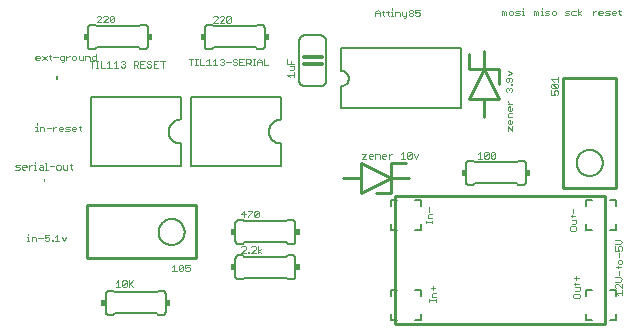
<source format=gbr>
G04 EAGLE Gerber RS-274X export*
G75*
%MOMM*%
%FSLAX34Y34*%
%LPD*%
%INSilkscreen Top*%
%IPPOS*%
%AMOC8*
5,1,8,0,0,1.08239X$1,22.5*%
G01*
%ADD10C,0.254000*%
%ADD11C,0.050800*%
%ADD12C,0.152400*%
%ADD13R,0.381000X0.508000*%
%ADD14C,0.000000*%
%ADD15C,0.304800*%


D10*
X329689Y125302D02*
X507489Y125302D01*
X329689Y125302D02*
X329689Y17352D01*
X507489Y17352D01*
D11*
X477606Y96850D02*
X477606Y98714D01*
X477606Y96850D02*
X478538Y95918D01*
X482267Y95918D01*
X483199Y96850D01*
X483199Y98714D01*
X482267Y99647D01*
X478538Y99647D01*
X477606Y98714D01*
X479470Y101531D02*
X482267Y101531D01*
X483199Y102463D01*
X483199Y105260D01*
X479470Y105260D01*
X478538Y108076D02*
X482267Y108076D01*
X483199Y109008D01*
X479470Y109008D02*
X479470Y107144D01*
X480402Y110886D02*
X480402Y114615D01*
X480398Y41679D02*
X480398Y39815D01*
X481330Y38882D01*
X485059Y38882D01*
X485991Y39815D01*
X485991Y41679D01*
X485059Y42611D01*
X481330Y42611D01*
X480398Y41679D01*
X482262Y44496D02*
X485059Y44496D01*
X485991Y45428D01*
X485991Y48224D01*
X482262Y48224D01*
X481330Y51041D02*
X485059Y51041D01*
X485991Y51973D01*
X482262Y51973D02*
X482262Y50109D01*
X483194Y53851D02*
X483194Y57579D01*
X481330Y55715D02*
X485059Y55715D01*
X361272Y102560D02*
X361272Y104425D01*
X361272Y103493D02*
X355679Y103493D01*
X355679Y104425D02*
X355679Y102560D01*
X357543Y106302D02*
X361272Y106302D01*
X357543Y106302D02*
X357543Y109099D01*
X358475Y110031D01*
X361272Y110031D01*
X358475Y111916D02*
X358475Y115644D01*
X364415Y37874D02*
X364415Y36010D01*
X364415Y36942D02*
X358822Y36942D01*
X358822Y36010D02*
X358822Y37874D01*
X360687Y39752D02*
X364415Y39752D01*
X360687Y39752D02*
X360687Y42548D01*
X361619Y43480D01*
X364415Y43480D01*
X361619Y45365D02*
X361619Y49093D01*
X359754Y47229D02*
X363483Y47229D01*
D10*
X507489Y17352D02*
X507489Y125302D01*
D11*
X516249Y43471D02*
X518114Y41607D01*
X516249Y43471D02*
X521842Y43471D01*
X521842Y41607D02*
X521842Y45336D01*
X521842Y47220D02*
X521842Y50949D01*
X518114Y50949D02*
X521842Y47220D01*
X518114Y50949D02*
X517181Y50949D01*
X516249Y50016D01*
X516249Y48152D01*
X517181Y47220D01*
X516249Y52833D02*
X519978Y52833D01*
X521842Y54697D01*
X519978Y56562D01*
X516249Y56562D01*
X519046Y58446D02*
X519046Y62175D01*
X520910Y64992D02*
X517181Y64992D01*
X520910Y64992D02*
X521842Y65924D01*
X518114Y65924D02*
X518114Y64059D01*
X521842Y68734D02*
X521842Y70598D01*
X520910Y71530D01*
X519046Y71530D01*
X518114Y70598D01*
X518114Y68734D01*
X519046Y67801D01*
X520910Y67801D01*
X521842Y68734D01*
X519046Y73415D02*
X519046Y77143D01*
X516249Y79028D02*
X516249Y82756D01*
X516249Y79028D02*
X519046Y79028D01*
X518114Y80892D01*
X518114Y81824D01*
X519046Y82756D01*
X520910Y82756D01*
X521842Y81824D01*
X521842Y79960D01*
X520910Y79028D01*
X519978Y84641D02*
X516249Y84641D01*
X519978Y84641D02*
X521842Y86505D01*
X519978Y88369D01*
X516249Y88369D01*
X11133Y147780D02*
X8336Y147780D01*
X11133Y147780D02*
X12065Y148712D01*
X11133Y149645D01*
X9268Y149645D01*
X8336Y150577D01*
X9268Y151509D01*
X12065Y151509D01*
X14882Y147780D02*
X16746Y147780D01*
X14882Y147780D02*
X13949Y148712D01*
X13949Y150577D01*
X14882Y151509D01*
X16746Y151509D01*
X17678Y150577D01*
X17678Y149645D01*
X13949Y149645D01*
X19562Y147780D02*
X19562Y151509D01*
X19562Y149645D02*
X21427Y151509D01*
X22359Y151509D01*
X24240Y151509D02*
X25172Y151509D01*
X25172Y147780D01*
X24240Y147780D02*
X26104Y147780D01*
X25172Y153373D02*
X25172Y154305D01*
X28914Y151509D02*
X30779Y151509D01*
X31711Y150577D01*
X31711Y147780D01*
X28914Y147780D01*
X27982Y148712D01*
X28914Y149645D01*
X31711Y149645D01*
X33595Y153373D02*
X34527Y153373D01*
X34527Y147780D01*
X33595Y147780D02*
X35459Y147780D01*
X37337Y150577D02*
X41066Y150577D01*
X43883Y147780D02*
X45747Y147780D01*
X46679Y148712D01*
X46679Y150577D01*
X45747Y151509D01*
X43883Y151509D01*
X42950Y150577D01*
X42950Y148712D01*
X43883Y147780D01*
X48563Y148712D02*
X48563Y151509D01*
X48563Y148712D02*
X49496Y147780D01*
X52292Y147780D01*
X52292Y151509D01*
X55109Y152441D02*
X55109Y148712D01*
X56041Y147780D01*
X56041Y151509D02*
X54177Y151509D01*
X497254Y278254D02*
X497254Y281983D01*
X499118Y281983D02*
X497254Y280118D01*
X499118Y281983D02*
X500050Y281983D01*
X502864Y278254D02*
X504728Y278254D01*
X502864Y278254D02*
X501932Y279186D01*
X501932Y281050D01*
X502864Y281983D01*
X504728Y281983D01*
X505660Y281050D01*
X505660Y280118D01*
X501932Y280118D01*
X507545Y278254D02*
X510341Y278254D01*
X511273Y279186D01*
X510341Y280118D01*
X508477Y280118D01*
X507545Y281050D01*
X508477Y281983D01*
X511273Y281983D01*
X514090Y278254D02*
X515954Y278254D01*
X514090Y278254D02*
X513158Y279186D01*
X513158Y281050D01*
X514090Y281983D01*
X515954Y281983D01*
X516886Y281050D01*
X516886Y280118D01*
X513158Y280118D01*
X519703Y279186D02*
X519703Y282915D01*
X519703Y279186D02*
X520635Y278254D01*
X520635Y281983D02*
X518771Y281983D01*
X476050Y278254D02*
X473254Y278254D01*
X476050Y278254D02*
X476983Y279186D01*
X476050Y280118D01*
X474186Y280118D01*
X473254Y281050D01*
X474186Y281983D01*
X476983Y281983D01*
X479799Y281983D02*
X482596Y281983D01*
X479799Y281983D02*
X478867Y281050D01*
X478867Y279186D01*
X479799Y278254D01*
X482596Y278254D01*
X484480Y278254D02*
X484480Y283847D01*
X484480Y280118D02*
X487277Y278254D01*
X484480Y280118D02*
X487277Y281983D01*
X447254Y281983D02*
X447254Y278254D01*
X447254Y281983D02*
X448186Y281983D01*
X449118Y281050D01*
X449118Y278254D01*
X449118Y281050D02*
X450050Y281983D01*
X450983Y281050D01*
X450983Y278254D01*
X452867Y281983D02*
X453799Y281983D01*
X453799Y278254D01*
X452867Y278254D02*
X454731Y278254D01*
X453799Y283847D02*
X453799Y284779D01*
X456609Y278254D02*
X459406Y278254D01*
X460338Y279186D01*
X459406Y280118D01*
X457541Y280118D01*
X456609Y281050D01*
X457541Y281983D01*
X460338Y281983D01*
X463154Y278254D02*
X465019Y278254D01*
X465951Y279186D01*
X465951Y281050D01*
X465019Y281983D01*
X463154Y281983D01*
X462222Y281050D01*
X462222Y279186D01*
X463154Y278254D01*
X420254Y278254D02*
X420254Y281983D01*
X421186Y281983D01*
X422118Y281050D01*
X422118Y278254D01*
X422118Y281050D02*
X423050Y281983D01*
X423983Y281050D01*
X423983Y278254D01*
X426799Y278254D02*
X428663Y278254D01*
X429596Y279186D01*
X429596Y281050D01*
X428663Y281983D01*
X426799Y281983D01*
X425867Y281050D01*
X425867Y279186D01*
X426799Y278254D01*
X431480Y278254D02*
X434277Y278254D01*
X435209Y279186D01*
X434277Y280118D01*
X432412Y280118D01*
X431480Y281050D01*
X432412Y281983D01*
X435209Y281983D01*
X437093Y281983D02*
X438025Y281983D01*
X438025Y278254D01*
X437093Y278254D02*
X438958Y278254D01*
X438025Y283847D02*
X438025Y284779D01*
X28050Y240254D02*
X26186Y240254D01*
X25254Y241186D01*
X25254Y243050D01*
X26186Y243983D01*
X28050Y243983D01*
X28983Y243050D01*
X28983Y242118D01*
X25254Y242118D01*
X30867Y243983D02*
X34596Y240254D01*
X30867Y240254D02*
X34596Y243983D01*
X37412Y244915D02*
X37412Y241186D01*
X38344Y240254D01*
X38344Y243983D02*
X36480Y243983D01*
X40222Y243050D02*
X43951Y243050D01*
X47700Y238390D02*
X48632Y238390D01*
X49564Y239322D01*
X49564Y243983D01*
X46767Y243983D01*
X45835Y243050D01*
X45835Y241186D01*
X46767Y240254D01*
X49564Y240254D01*
X51448Y240254D02*
X51448Y243983D01*
X51448Y242118D02*
X53313Y243983D01*
X54245Y243983D01*
X57058Y240254D02*
X58922Y240254D01*
X59855Y241186D01*
X59855Y243050D01*
X58922Y243983D01*
X57058Y243983D01*
X56126Y243050D01*
X56126Y241186D01*
X57058Y240254D01*
X61739Y241186D02*
X61739Y243983D01*
X61739Y241186D02*
X62671Y240254D01*
X65468Y240254D01*
X65468Y243983D01*
X67352Y243983D02*
X67352Y240254D01*
X67352Y243983D02*
X70149Y243983D01*
X71081Y243050D01*
X71081Y240254D01*
X76694Y240254D02*
X76694Y245847D01*
X76694Y240254D02*
X73897Y240254D01*
X72965Y241186D01*
X72965Y243050D01*
X73897Y243983D01*
X76694Y243983D01*
X26186Y183983D02*
X25254Y183983D01*
X26186Y183983D02*
X26186Y180254D01*
X25254Y180254D02*
X27118Y180254D01*
X26186Y185847D02*
X26186Y186779D01*
X28996Y183983D02*
X28996Y180254D01*
X28996Y183983D02*
X31792Y183983D01*
X32725Y183050D01*
X32725Y180254D01*
X34609Y183050D02*
X38338Y183050D01*
X40222Y183983D02*
X40222Y180254D01*
X40222Y182118D02*
X42087Y183983D01*
X43019Y183983D01*
X45832Y180254D02*
X47696Y180254D01*
X45832Y180254D02*
X44900Y181186D01*
X44900Y183050D01*
X45832Y183983D01*
X47696Y183983D01*
X48628Y183050D01*
X48628Y182118D01*
X44900Y182118D01*
X50513Y180254D02*
X53309Y180254D01*
X54241Y181186D01*
X53309Y182118D01*
X51445Y182118D01*
X50513Y183050D01*
X51445Y183983D01*
X54241Y183983D01*
X57058Y180254D02*
X58922Y180254D01*
X57058Y180254D02*
X56126Y181186D01*
X56126Y183050D01*
X57058Y183983D01*
X58922Y183983D01*
X59855Y183050D01*
X59855Y182118D01*
X56126Y182118D01*
X62671Y181186D02*
X62671Y184915D01*
X62671Y181186D02*
X63603Y180254D01*
X63603Y183983D02*
X61739Y183983D01*
X19237Y90647D02*
X18305Y90647D01*
X19237Y90647D02*
X19237Y86919D01*
X18305Y86919D02*
X20169Y86919D01*
X19237Y92512D02*
X19237Y93444D01*
X22047Y90647D02*
X22047Y86919D01*
X22047Y90647D02*
X24843Y90647D01*
X25775Y89715D01*
X25775Y86919D01*
X27660Y89715D02*
X31388Y89715D01*
X33273Y92512D02*
X37001Y92512D01*
X33273Y92512D02*
X33273Y89715D01*
X35137Y90647D01*
X36069Y90647D01*
X37001Y89715D01*
X37001Y87851D01*
X36069Y86919D01*
X34205Y86919D01*
X33273Y87851D01*
X38886Y87851D02*
X38886Y86919D01*
X38886Y87851D02*
X39818Y87851D01*
X39818Y86919D01*
X38886Y86919D01*
X41692Y90647D02*
X43557Y92512D01*
X43557Y86919D01*
X45421Y86919D02*
X41692Y86919D01*
X47306Y90647D02*
X49170Y86919D01*
X51034Y90647D01*
D10*
X313261Y127730D02*
X325961Y127730D01*
X325961Y140430D02*
X300561Y127730D01*
X300561Y140430D01*
X300561Y153130D02*
X325961Y140430D01*
X325961Y127730D01*
X300561Y140430D02*
X285321Y140430D01*
X300561Y140430D02*
X300561Y153130D01*
X325961Y140430D02*
X341201Y140430D01*
X325961Y140430D02*
X325961Y153130D01*
X338661Y153130D01*
D11*
X305443Y160782D02*
X301715Y160782D01*
X305443Y160782D02*
X301715Y157054D01*
X305443Y157054D01*
X308260Y157054D02*
X310124Y157054D01*
X308260Y157054D02*
X307328Y157986D01*
X307328Y159850D01*
X308260Y160782D01*
X310124Y160782D01*
X311056Y159850D01*
X311056Y158918D01*
X307328Y158918D01*
X312941Y157054D02*
X312941Y160782D01*
X315737Y160782D01*
X316669Y159850D01*
X316669Y157054D01*
X319486Y157054D02*
X321350Y157054D01*
X319486Y157054D02*
X318554Y157986D01*
X318554Y159850D01*
X319486Y160782D01*
X321350Y160782D01*
X322283Y159850D01*
X322283Y158918D01*
X318554Y158918D01*
X324167Y157054D02*
X324167Y160782D01*
X324167Y158918D02*
X326031Y160782D01*
X326964Y160782D01*
X334458Y160782D02*
X336322Y162647D01*
X336322Y157054D01*
X334458Y157054D02*
X338186Y157054D01*
X340071Y157986D02*
X340071Y161714D01*
X341003Y162647D01*
X342867Y162647D01*
X343799Y161714D01*
X343799Y157986D01*
X342867Y157054D01*
X341003Y157054D01*
X340071Y157986D01*
X343799Y161714D01*
X345684Y160782D02*
X347548Y157054D01*
X349413Y160782D01*
D12*
X245400Y87380D02*
X245398Y87280D01*
X245392Y87181D01*
X245382Y87081D01*
X245369Y86983D01*
X245351Y86884D01*
X245330Y86787D01*
X245305Y86691D01*
X245276Y86595D01*
X245243Y86501D01*
X245207Y86408D01*
X245167Y86317D01*
X245123Y86227D01*
X245076Y86139D01*
X245026Y86053D01*
X244972Y85969D01*
X244915Y85887D01*
X244855Y85808D01*
X244791Y85730D01*
X244725Y85656D01*
X244656Y85584D01*
X244584Y85515D01*
X244510Y85449D01*
X244432Y85385D01*
X244353Y85325D01*
X244271Y85268D01*
X244187Y85214D01*
X244101Y85164D01*
X244013Y85117D01*
X243923Y85073D01*
X243832Y85033D01*
X243739Y84997D01*
X243645Y84964D01*
X243549Y84935D01*
X243453Y84910D01*
X243356Y84889D01*
X243257Y84871D01*
X243159Y84858D01*
X243059Y84848D01*
X242960Y84842D01*
X242860Y84840D01*
X245400Y102620D02*
X245398Y102720D01*
X245392Y102819D01*
X245382Y102919D01*
X245369Y103017D01*
X245351Y103116D01*
X245330Y103213D01*
X245305Y103309D01*
X245276Y103405D01*
X245243Y103499D01*
X245207Y103592D01*
X245167Y103683D01*
X245123Y103773D01*
X245076Y103861D01*
X245026Y103947D01*
X244972Y104031D01*
X244915Y104113D01*
X244855Y104192D01*
X244791Y104270D01*
X244725Y104344D01*
X244656Y104416D01*
X244584Y104485D01*
X244510Y104551D01*
X244432Y104615D01*
X244353Y104675D01*
X244271Y104732D01*
X244187Y104786D01*
X244101Y104836D01*
X244013Y104883D01*
X243923Y104927D01*
X243832Y104967D01*
X243739Y105003D01*
X243645Y105036D01*
X243549Y105065D01*
X243453Y105090D01*
X243356Y105111D01*
X243257Y105129D01*
X243159Y105142D01*
X243059Y105152D01*
X242960Y105158D01*
X242860Y105160D01*
X197140Y105160D02*
X197040Y105158D01*
X196941Y105152D01*
X196841Y105142D01*
X196743Y105129D01*
X196644Y105111D01*
X196547Y105090D01*
X196451Y105065D01*
X196355Y105036D01*
X196261Y105003D01*
X196168Y104967D01*
X196077Y104927D01*
X195987Y104883D01*
X195899Y104836D01*
X195813Y104786D01*
X195729Y104732D01*
X195647Y104675D01*
X195568Y104615D01*
X195490Y104551D01*
X195416Y104485D01*
X195344Y104416D01*
X195275Y104344D01*
X195209Y104270D01*
X195145Y104192D01*
X195085Y104113D01*
X195028Y104031D01*
X194974Y103947D01*
X194924Y103861D01*
X194877Y103773D01*
X194833Y103683D01*
X194793Y103592D01*
X194757Y103499D01*
X194724Y103405D01*
X194695Y103309D01*
X194670Y103213D01*
X194649Y103116D01*
X194631Y103017D01*
X194618Y102919D01*
X194608Y102819D01*
X194602Y102720D01*
X194600Y102620D01*
X194600Y87380D02*
X194602Y87280D01*
X194608Y87181D01*
X194618Y87081D01*
X194631Y86983D01*
X194649Y86884D01*
X194670Y86787D01*
X194695Y86691D01*
X194724Y86595D01*
X194757Y86501D01*
X194793Y86408D01*
X194833Y86317D01*
X194877Y86227D01*
X194924Y86139D01*
X194974Y86053D01*
X195028Y85969D01*
X195085Y85887D01*
X195145Y85808D01*
X195209Y85730D01*
X195275Y85656D01*
X195344Y85584D01*
X195416Y85515D01*
X195490Y85449D01*
X195568Y85385D01*
X195647Y85325D01*
X195729Y85268D01*
X195813Y85214D01*
X195899Y85164D01*
X195987Y85117D01*
X196077Y85073D01*
X196168Y85033D01*
X196261Y84997D01*
X196355Y84964D01*
X196451Y84935D01*
X196547Y84910D01*
X196644Y84889D01*
X196743Y84871D01*
X196841Y84858D01*
X196941Y84848D01*
X197040Y84842D01*
X197140Y84840D01*
X245400Y87380D02*
X245400Y102620D01*
X242860Y84840D02*
X239050Y84840D01*
X237780Y86110D01*
X239050Y105160D02*
X242860Y105160D01*
X239050Y105160D02*
X237780Y103890D01*
X202220Y86110D02*
X200950Y84840D01*
X202220Y86110D02*
X237780Y86110D01*
X202220Y103890D02*
X200950Y105160D01*
X202220Y103890D02*
X237780Y103890D01*
X200950Y84840D02*
X197140Y84840D01*
X197140Y105160D02*
X200950Y105160D01*
X194600Y102620D02*
X194600Y87380D01*
D13*
X192695Y95000D03*
X247305Y95000D03*
D11*
X202211Y107158D02*
X202211Y112751D01*
X199415Y109954D01*
X203143Y109954D01*
X205028Y112751D02*
X208756Y112751D01*
X208756Y111819D01*
X205028Y108090D01*
X205028Y107158D01*
X210641Y108090D02*
X210641Y111819D01*
X211573Y112751D01*
X213437Y112751D01*
X214369Y111819D01*
X214369Y108090D01*
X213437Y107158D01*
X211573Y107158D01*
X210641Y108090D01*
X214369Y111819D01*
D12*
X216860Y249840D02*
X216960Y249842D01*
X217059Y249848D01*
X217159Y249858D01*
X217257Y249871D01*
X217356Y249889D01*
X217453Y249910D01*
X217549Y249935D01*
X217645Y249964D01*
X217739Y249997D01*
X217832Y250033D01*
X217923Y250073D01*
X218013Y250117D01*
X218101Y250164D01*
X218187Y250214D01*
X218271Y250268D01*
X218353Y250325D01*
X218432Y250385D01*
X218510Y250449D01*
X218584Y250515D01*
X218656Y250584D01*
X218725Y250656D01*
X218791Y250730D01*
X218855Y250808D01*
X218915Y250887D01*
X218972Y250969D01*
X219026Y251053D01*
X219076Y251139D01*
X219123Y251227D01*
X219167Y251317D01*
X219207Y251408D01*
X219243Y251501D01*
X219276Y251595D01*
X219305Y251691D01*
X219330Y251787D01*
X219351Y251884D01*
X219369Y251983D01*
X219382Y252081D01*
X219392Y252181D01*
X219398Y252280D01*
X219400Y252380D01*
X219400Y267620D02*
X219398Y267720D01*
X219392Y267819D01*
X219382Y267919D01*
X219369Y268017D01*
X219351Y268116D01*
X219330Y268213D01*
X219305Y268309D01*
X219276Y268405D01*
X219243Y268499D01*
X219207Y268592D01*
X219167Y268683D01*
X219123Y268773D01*
X219076Y268861D01*
X219026Y268947D01*
X218972Y269031D01*
X218915Y269113D01*
X218855Y269192D01*
X218791Y269270D01*
X218725Y269344D01*
X218656Y269416D01*
X218584Y269485D01*
X218510Y269551D01*
X218432Y269615D01*
X218353Y269675D01*
X218271Y269732D01*
X218187Y269786D01*
X218101Y269836D01*
X218013Y269883D01*
X217923Y269927D01*
X217832Y269967D01*
X217739Y270003D01*
X217645Y270036D01*
X217549Y270065D01*
X217453Y270090D01*
X217356Y270111D01*
X217257Y270129D01*
X217159Y270142D01*
X217059Y270152D01*
X216960Y270158D01*
X216860Y270160D01*
X171140Y270160D02*
X171040Y270158D01*
X170941Y270152D01*
X170841Y270142D01*
X170743Y270129D01*
X170644Y270111D01*
X170547Y270090D01*
X170451Y270065D01*
X170355Y270036D01*
X170261Y270003D01*
X170168Y269967D01*
X170077Y269927D01*
X169987Y269883D01*
X169899Y269836D01*
X169813Y269786D01*
X169729Y269732D01*
X169647Y269675D01*
X169568Y269615D01*
X169490Y269551D01*
X169416Y269485D01*
X169344Y269416D01*
X169275Y269344D01*
X169209Y269270D01*
X169145Y269192D01*
X169085Y269113D01*
X169028Y269031D01*
X168974Y268947D01*
X168924Y268861D01*
X168877Y268773D01*
X168833Y268683D01*
X168793Y268592D01*
X168757Y268499D01*
X168724Y268405D01*
X168695Y268309D01*
X168670Y268213D01*
X168649Y268116D01*
X168631Y268017D01*
X168618Y267919D01*
X168608Y267819D01*
X168602Y267720D01*
X168600Y267620D01*
X168600Y252380D02*
X168602Y252280D01*
X168608Y252181D01*
X168618Y252081D01*
X168631Y251983D01*
X168649Y251884D01*
X168670Y251787D01*
X168695Y251691D01*
X168724Y251595D01*
X168757Y251501D01*
X168793Y251408D01*
X168833Y251317D01*
X168877Y251227D01*
X168924Y251139D01*
X168974Y251053D01*
X169028Y250969D01*
X169085Y250887D01*
X169145Y250808D01*
X169209Y250730D01*
X169275Y250656D01*
X169344Y250584D01*
X169416Y250515D01*
X169490Y250449D01*
X169568Y250385D01*
X169647Y250325D01*
X169729Y250268D01*
X169813Y250214D01*
X169899Y250164D01*
X169987Y250117D01*
X170077Y250073D01*
X170168Y250033D01*
X170261Y249997D01*
X170355Y249964D01*
X170451Y249935D01*
X170547Y249910D01*
X170644Y249889D01*
X170743Y249871D01*
X170841Y249858D01*
X170941Y249848D01*
X171040Y249842D01*
X171140Y249840D01*
X219400Y252380D02*
X219400Y267620D01*
X216860Y249840D02*
X213050Y249840D01*
X211780Y251110D01*
X213050Y270160D02*
X216860Y270160D01*
X213050Y270160D02*
X211780Y268890D01*
X176220Y251110D02*
X174950Y249840D01*
X176220Y251110D02*
X211780Y251110D01*
X176220Y268890D02*
X174950Y270160D01*
X176220Y268890D02*
X211780Y268890D01*
X174950Y249840D02*
X171140Y249840D01*
X171140Y270160D02*
X174950Y270160D01*
X168600Y267620D02*
X168600Y252380D01*
D13*
X166695Y260000D03*
X221305Y260000D03*
D11*
X179429Y272129D02*
X175700Y272129D01*
X179429Y275858D01*
X179429Y276790D01*
X178497Y277722D01*
X176632Y277722D01*
X175700Y276790D01*
X181313Y272129D02*
X185042Y272129D01*
X181313Y272129D02*
X185042Y275858D01*
X185042Y276790D01*
X184110Y277722D01*
X182246Y277722D01*
X181313Y276790D01*
X186927Y276790D02*
X186927Y273061D01*
X186927Y276790D02*
X187859Y277722D01*
X189723Y277722D01*
X190655Y276790D01*
X190655Y273061D01*
X189723Y272129D01*
X187859Y272129D01*
X186927Y273061D01*
X190655Y276790D01*
D12*
X156900Y150790D02*
X233100Y150790D01*
X233100Y209210D02*
X156900Y209210D01*
X156900Y150790D01*
X233100Y150790D02*
X233100Y169840D01*
X233100Y190160D02*
X233100Y209210D01*
X233100Y190160D02*
X232853Y190157D01*
X232605Y190148D01*
X232358Y190133D01*
X232112Y190112D01*
X231866Y190085D01*
X231621Y190052D01*
X231376Y190013D01*
X231133Y189968D01*
X230891Y189917D01*
X230650Y189860D01*
X230411Y189798D01*
X230173Y189729D01*
X229937Y189655D01*
X229703Y189575D01*
X229471Y189490D01*
X229241Y189398D01*
X229013Y189302D01*
X228788Y189199D01*
X228565Y189092D01*
X228345Y188978D01*
X228128Y188860D01*
X227913Y188736D01*
X227702Y188607D01*
X227494Y188473D01*
X227289Y188334D01*
X227088Y188190D01*
X226890Y188042D01*
X226696Y187888D01*
X226506Y187730D01*
X226320Y187567D01*
X226138Y187400D01*
X225960Y187228D01*
X225786Y187052D01*
X225616Y186872D01*
X225451Y186687D01*
X225291Y186499D01*
X225135Y186307D01*
X224983Y186111D01*
X224837Y185912D01*
X224695Y185709D01*
X224559Y185502D01*
X224427Y185293D01*
X224301Y185080D01*
X224180Y184864D01*
X224064Y184646D01*
X223954Y184424D01*
X223849Y184200D01*
X223749Y183974D01*
X223655Y183745D01*
X223567Y183514D01*
X223484Y183280D01*
X223407Y183045D01*
X223336Y182808D01*
X223270Y182570D01*
X223211Y182330D01*
X223157Y182088D01*
X223109Y181845D01*
X223067Y181602D01*
X223031Y181357D01*
X223001Y181111D01*
X222977Y180865D01*
X222959Y180618D01*
X222947Y180371D01*
X222941Y180124D01*
X222941Y179876D01*
X222947Y179629D01*
X222959Y179382D01*
X222977Y179135D01*
X223001Y178889D01*
X223031Y178643D01*
X223067Y178398D01*
X223109Y178155D01*
X223157Y177912D01*
X223211Y177670D01*
X223270Y177430D01*
X223336Y177192D01*
X223407Y176955D01*
X223484Y176720D01*
X223567Y176486D01*
X223655Y176255D01*
X223749Y176026D01*
X223849Y175800D01*
X223954Y175576D01*
X224064Y175354D01*
X224180Y175136D01*
X224301Y174920D01*
X224427Y174707D01*
X224559Y174498D01*
X224695Y174291D01*
X224837Y174088D01*
X224983Y173889D01*
X225135Y173693D01*
X225291Y173501D01*
X225451Y173313D01*
X225616Y173128D01*
X225786Y172948D01*
X225960Y172772D01*
X226138Y172600D01*
X226320Y172433D01*
X226506Y172270D01*
X226696Y172112D01*
X226890Y171958D01*
X227088Y171810D01*
X227289Y171666D01*
X227494Y171527D01*
X227702Y171393D01*
X227913Y171264D01*
X228128Y171140D01*
X228345Y171022D01*
X228565Y170908D01*
X228788Y170801D01*
X229013Y170698D01*
X229241Y170602D01*
X229471Y170510D01*
X229703Y170425D01*
X229937Y170345D01*
X230173Y170271D01*
X230411Y170202D01*
X230650Y170140D01*
X230891Y170083D01*
X231133Y170032D01*
X231376Y169987D01*
X231621Y169948D01*
X231866Y169915D01*
X232112Y169888D01*
X232358Y169867D01*
X232605Y169852D01*
X232853Y169843D01*
X233100Y169840D01*
D11*
X156832Y236110D02*
X156832Y241703D01*
X158696Y241703D02*
X154967Y241703D01*
X160580Y236110D02*
X162445Y236110D01*
X161513Y236110D02*
X161513Y241703D01*
X162445Y241703D02*
X160580Y241703D01*
X164322Y241703D02*
X164322Y236110D01*
X168051Y236110D01*
X169936Y239839D02*
X171800Y241703D01*
X171800Y236110D01*
X169936Y236110D02*
X173664Y236110D01*
X175549Y239839D02*
X177413Y241703D01*
X177413Y236110D01*
X175549Y236110D02*
X179277Y236110D01*
X181162Y240771D02*
X182094Y241703D01*
X183958Y241703D01*
X184890Y240771D01*
X184890Y239839D01*
X183958Y238907D01*
X183026Y238907D01*
X183958Y238907D02*
X184890Y237975D01*
X184890Y237042D01*
X183958Y236110D01*
X182094Y236110D01*
X181162Y237042D01*
X186775Y238907D02*
X190503Y238907D01*
X195184Y241703D02*
X196116Y240771D01*
X195184Y241703D02*
X193320Y241703D01*
X192388Y240771D01*
X192388Y239839D01*
X193320Y238907D01*
X195184Y238907D01*
X196116Y237975D01*
X196116Y237042D01*
X195184Y236110D01*
X193320Y236110D01*
X192388Y237042D01*
X198001Y241703D02*
X201730Y241703D01*
X198001Y241703D02*
X198001Y236110D01*
X201730Y236110D01*
X199865Y238907D02*
X198001Y238907D01*
X203614Y241703D02*
X203614Y236110D01*
X203614Y241703D02*
X206410Y241703D01*
X207343Y240771D01*
X207343Y238907D01*
X206410Y237975D01*
X203614Y237975D01*
X205478Y237975D02*
X207343Y236110D01*
X209227Y236110D02*
X211091Y236110D01*
X210159Y236110D02*
X210159Y241703D01*
X209227Y241703D02*
X211091Y241703D01*
X212969Y239839D02*
X212969Y236110D01*
X212969Y239839D02*
X214834Y241703D01*
X216698Y239839D01*
X216698Y236110D01*
X216698Y238907D02*
X212969Y238907D01*
X218582Y241703D02*
X218582Y236110D01*
X222311Y236110D01*
D14*
X43031Y224842D02*
X43031Y224800D01*
X43031Y224842D02*
X43200Y224842D01*
X43200Y224800D02*
X43200Y224885D01*
X42946Y224842D02*
X42903Y224842D01*
X43031Y224956D02*
X43200Y224956D01*
X43031Y224956D02*
X43031Y225083D01*
X43073Y225125D01*
X43200Y225125D01*
X43073Y225190D02*
X43073Y225359D01*
X43285Y225508D02*
X43285Y225551D01*
X43242Y225593D01*
X43031Y225593D01*
X43031Y225466D01*
X43073Y225424D01*
X43158Y225424D01*
X43200Y225466D01*
X43200Y225593D01*
X43200Y225658D02*
X43031Y225658D01*
X43115Y225658D02*
X43031Y225742D01*
X43031Y225785D01*
X43200Y225895D02*
X43200Y225980D01*
X43158Y226022D01*
X43073Y226022D01*
X43031Y225980D01*
X43031Y225895D01*
X43073Y225852D01*
X43158Y225852D01*
X43200Y225895D01*
X43158Y226086D02*
X43031Y226086D01*
X43158Y226086D02*
X43200Y226129D01*
X43200Y226256D01*
X43031Y226256D01*
X43031Y226320D02*
X43200Y226320D01*
X43031Y226320D02*
X43031Y226447D01*
X43073Y226490D01*
X43200Y226490D01*
X43200Y226724D02*
X42946Y226724D01*
X43200Y226724D02*
X43200Y226596D01*
X43158Y226554D01*
X43073Y226554D01*
X43031Y226596D01*
X43031Y226724D01*
D12*
X517014Y122127D02*
X517014Y117047D01*
X517014Y122127D02*
X511934Y122127D01*
X511934Y96727D02*
X517014Y96727D01*
X517014Y101807D01*
X496694Y96727D02*
X491614Y96727D01*
X491614Y101807D01*
X491614Y117047D02*
X491614Y122127D01*
X496694Y122127D01*
X517014Y45927D02*
X517014Y40847D01*
X517014Y45927D02*
X511934Y45927D01*
X511934Y20527D02*
X517014Y20527D01*
X517014Y25607D01*
X496694Y20527D02*
X491614Y20527D01*
X491614Y25607D01*
X491614Y40847D02*
X491614Y45927D01*
X496694Y45927D01*
X351914Y117047D02*
X351914Y122127D01*
X346834Y122127D01*
X346834Y96727D02*
X351914Y96727D01*
X351914Y101807D01*
X331594Y96727D02*
X326514Y96727D01*
X326514Y101807D01*
X326514Y117047D02*
X326514Y122127D01*
X331594Y122127D01*
X351914Y45927D02*
X351914Y40847D01*
X351914Y45927D02*
X346834Y45927D01*
X346834Y20527D02*
X351914Y20527D01*
X351914Y25607D01*
X331594Y20527D02*
X326514Y20527D01*
X326514Y25607D01*
X326514Y40847D02*
X326514Y45927D01*
X331594Y45927D01*
X120400Y252380D02*
X120398Y252280D01*
X120392Y252181D01*
X120382Y252081D01*
X120369Y251983D01*
X120351Y251884D01*
X120330Y251787D01*
X120305Y251691D01*
X120276Y251595D01*
X120243Y251501D01*
X120207Y251408D01*
X120167Y251317D01*
X120123Y251227D01*
X120076Y251139D01*
X120026Y251053D01*
X119972Y250969D01*
X119915Y250887D01*
X119855Y250808D01*
X119791Y250730D01*
X119725Y250656D01*
X119656Y250584D01*
X119584Y250515D01*
X119510Y250449D01*
X119432Y250385D01*
X119353Y250325D01*
X119271Y250268D01*
X119187Y250214D01*
X119101Y250164D01*
X119013Y250117D01*
X118923Y250073D01*
X118832Y250033D01*
X118739Y249997D01*
X118645Y249964D01*
X118549Y249935D01*
X118453Y249910D01*
X118356Y249889D01*
X118257Y249871D01*
X118159Y249858D01*
X118059Y249848D01*
X117960Y249842D01*
X117860Y249840D01*
X120400Y267620D02*
X120398Y267720D01*
X120392Y267819D01*
X120382Y267919D01*
X120369Y268017D01*
X120351Y268116D01*
X120330Y268213D01*
X120305Y268309D01*
X120276Y268405D01*
X120243Y268499D01*
X120207Y268592D01*
X120167Y268683D01*
X120123Y268773D01*
X120076Y268861D01*
X120026Y268947D01*
X119972Y269031D01*
X119915Y269113D01*
X119855Y269192D01*
X119791Y269270D01*
X119725Y269344D01*
X119656Y269416D01*
X119584Y269485D01*
X119510Y269551D01*
X119432Y269615D01*
X119353Y269675D01*
X119271Y269732D01*
X119187Y269786D01*
X119101Y269836D01*
X119013Y269883D01*
X118923Y269927D01*
X118832Y269967D01*
X118739Y270003D01*
X118645Y270036D01*
X118549Y270065D01*
X118453Y270090D01*
X118356Y270111D01*
X118257Y270129D01*
X118159Y270142D01*
X118059Y270152D01*
X117960Y270158D01*
X117860Y270160D01*
X72140Y270160D02*
X72040Y270158D01*
X71941Y270152D01*
X71841Y270142D01*
X71743Y270129D01*
X71644Y270111D01*
X71547Y270090D01*
X71451Y270065D01*
X71355Y270036D01*
X71261Y270003D01*
X71168Y269967D01*
X71077Y269927D01*
X70987Y269883D01*
X70899Y269836D01*
X70813Y269786D01*
X70729Y269732D01*
X70647Y269675D01*
X70568Y269615D01*
X70490Y269551D01*
X70416Y269485D01*
X70344Y269416D01*
X70275Y269344D01*
X70209Y269270D01*
X70145Y269192D01*
X70085Y269113D01*
X70028Y269031D01*
X69974Y268947D01*
X69924Y268861D01*
X69877Y268773D01*
X69833Y268683D01*
X69793Y268592D01*
X69757Y268499D01*
X69724Y268405D01*
X69695Y268309D01*
X69670Y268213D01*
X69649Y268116D01*
X69631Y268017D01*
X69618Y267919D01*
X69608Y267819D01*
X69602Y267720D01*
X69600Y267620D01*
X69600Y252380D02*
X69602Y252280D01*
X69608Y252181D01*
X69618Y252081D01*
X69631Y251983D01*
X69649Y251884D01*
X69670Y251787D01*
X69695Y251691D01*
X69724Y251595D01*
X69757Y251501D01*
X69793Y251408D01*
X69833Y251317D01*
X69877Y251227D01*
X69924Y251139D01*
X69974Y251053D01*
X70028Y250969D01*
X70085Y250887D01*
X70145Y250808D01*
X70209Y250730D01*
X70275Y250656D01*
X70344Y250584D01*
X70416Y250515D01*
X70490Y250449D01*
X70568Y250385D01*
X70647Y250325D01*
X70729Y250268D01*
X70813Y250214D01*
X70899Y250164D01*
X70987Y250117D01*
X71077Y250073D01*
X71168Y250033D01*
X71261Y249997D01*
X71355Y249964D01*
X71451Y249935D01*
X71547Y249910D01*
X71644Y249889D01*
X71743Y249871D01*
X71841Y249858D01*
X71941Y249848D01*
X72040Y249842D01*
X72140Y249840D01*
X120400Y252380D02*
X120400Y267620D01*
X117860Y249840D02*
X114050Y249840D01*
X112780Y251110D01*
X114050Y270160D02*
X117860Y270160D01*
X114050Y270160D02*
X112780Y268890D01*
X77220Y251110D02*
X75950Y249840D01*
X77220Y251110D02*
X112780Y251110D01*
X77220Y268890D02*
X75950Y270160D01*
X77220Y268890D02*
X112780Y268890D01*
X75950Y249840D02*
X72140Y249840D01*
X72140Y270160D02*
X75950Y270160D01*
X69600Y267620D02*
X69600Y252380D01*
D13*
X67695Y260000D03*
X122305Y260000D03*
D11*
X80743Y272284D02*
X77014Y272284D01*
X80743Y276012D01*
X80743Y276944D01*
X79810Y277877D01*
X77946Y277877D01*
X77014Y276944D01*
X82627Y272284D02*
X86356Y272284D01*
X86356Y276012D02*
X82627Y272284D01*
X86356Y276012D02*
X86356Y276944D01*
X85424Y277877D01*
X83559Y277877D01*
X82627Y276944D01*
X88240Y276944D02*
X88240Y273216D01*
X88240Y276944D02*
X89172Y277877D01*
X91037Y277877D01*
X91969Y276944D01*
X91969Y273216D01*
X91037Y272284D01*
X89172Y272284D01*
X88240Y273216D01*
X91969Y276944D01*
D12*
X71900Y150790D02*
X148100Y150790D01*
X148100Y209210D02*
X71900Y209210D01*
X71900Y150790D01*
X148100Y150790D02*
X148100Y169840D01*
X148100Y190160D02*
X148100Y209210D01*
X148100Y190160D02*
X147853Y190157D01*
X147605Y190148D01*
X147358Y190133D01*
X147112Y190112D01*
X146866Y190085D01*
X146621Y190052D01*
X146376Y190013D01*
X146133Y189968D01*
X145891Y189917D01*
X145650Y189860D01*
X145411Y189798D01*
X145173Y189729D01*
X144937Y189655D01*
X144703Y189575D01*
X144471Y189490D01*
X144241Y189398D01*
X144013Y189302D01*
X143788Y189199D01*
X143565Y189092D01*
X143345Y188978D01*
X143128Y188860D01*
X142913Y188736D01*
X142702Y188607D01*
X142494Y188473D01*
X142289Y188334D01*
X142088Y188190D01*
X141890Y188042D01*
X141696Y187888D01*
X141506Y187730D01*
X141320Y187567D01*
X141138Y187400D01*
X140960Y187228D01*
X140786Y187052D01*
X140616Y186872D01*
X140451Y186687D01*
X140291Y186499D01*
X140135Y186307D01*
X139983Y186111D01*
X139837Y185912D01*
X139695Y185709D01*
X139559Y185502D01*
X139427Y185293D01*
X139301Y185080D01*
X139180Y184864D01*
X139064Y184646D01*
X138954Y184424D01*
X138849Y184200D01*
X138749Y183974D01*
X138655Y183745D01*
X138567Y183514D01*
X138484Y183280D01*
X138407Y183045D01*
X138336Y182808D01*
X138270Y182570D01*
X138211Y182330D01*
X138157Y182088D01*
X138109Y181845D01*
X138067Y181602D01*
X138031Y181357D01*
X138001Y181111D01*
X137977Y180865D01*
X137959Y180618D01*
X137947Y180371D01*
X137941Y180124D01*
X137941Y179876D01*
X137947Y179629D01*
X137959Y179382D01*
X137977Y179135D01*
X138001Y178889D01*
X138031Y178643D01*
X138067Y178398D01*
X138109Y178155D01*
X138157Y177912D01*
X138211Y177670D01*
X138270Y177430D01*
X138336Y177192D01*
X138407Y176955D01*
X138484Y176720D01*
X138567Y176486D01*
X138655Y176255D01*
X138749Y176026D01*
X138849Y175800D01*
X138954Y175576D01*
X139064Y175354D01*
X139180Y175136D01*
X139301Y174920D01*
X139427Y174707D01*
X139559Y174498D01*
X139695Y174291D01*
X139837Y174088D01*
X139983Y173889D01*
X140135Y173693D01*
X140291Y173501D01*
X140451Y173313D01*
X140616Y173128D01*
X140786Y172948D01*
X140960Y172772D01*
X141138Y172600D01*
X141320Y172433D01*
X141506Y172270D01*
X141696Y172112D01*
X141890Y171958D01*
X142088Y171810D01*
X142289Y171666D01*
X142494Y171527D01*
X142702Y171393D01*
X142913Y171264D01*
X143128Y171140D01*
X143345Y171022D01*
X143565Y170908D01*
X143788Y170801D01*
X144013Y170698D01*
X144241Y170602D01*
X144471Y170510D01*
X144703Y170425D01*
X144937Y170345D01*
X145173Y170271D01*
X145411Y170202D01*
X145650Y170140D01*
X145891Y170083D01*
X146133Y170032D01*
X146376Y169987D01*
X146621Y169948D01*
X146866Y169915D01*
X147112Y169888D01*
X147358Y169867D01*
X147605Y169852D01*
X147853Y169843D01*
X148100Y169840D01*
D11*
X72960Y234077D02*
X72960Y239669D01*
X71096Y239669D02*
X74824Y239669D01*
X76709Y234077D02*
X78573Y234077D01*
X77641Y234077D02*
X77641Y239669D01*
X76709Y239669D02*
X78573Y239669D01*
X80451Y239669D02*
X80451Y234077D01*
X84179Y234077D01*
X86064Y237805D02*
X87928Y239669D01*
X87928Y234077D01*
X86064Y234077D02*
X89792Y234077D01*
X91677Y237805D02*
X93541Y239669D01*
X93541Y234077D01*
X91677Y234077D02*
X95405Y234077D01*
X97290Y238737D02*
X98222Y239669D01*
X100086Y239669D01*
X101018Y238737D01*
X101018Y237805D01*
X100086Y236873D01*
X99154Y236873D01*
X100086Y236873D02*
X101018Y235941D01*
X101018Y235009D01*
X100086Y234077D01*
X98222Y234077D01*
X97290Y235009D01*
X108516Y234077D02*
X108516Y239669D01*
X111313Y239669D01*
X112245Y238737D01*
X112245Y236873D01*
X111313Y235941D01*
X108516Y235941D01*
X110380Y235941D02*
X112245Y234077D01*
X114129Y239669D02*
X117858Y239669D01*
X114129Y239669D02*
X114129Y234077D01*
X117858Y234077D01*
X115994Y236873D02*
X114129Y236873D01*
X122539Y239669D02*
X123471Y238737D01*
X122539Y239669D02*
X120674Y239669D01*
X119742Y238737D01*
X119742Y237805D01*
X120674Y236873D01*
X122539Y236873D01*
X123471Y235941D01*
X123471Y235009D01*
X122539Y234077D01*
X120674Y234077D01*
X119742Y235009D01*
X125355Y239669D02*
X129084Y239669D01*
X125355Y239669D02*
X125355Y234077D01*
X129084Y234077D01*
X127220Y236873D02*
X125355Y236873D01*
X132833Y234077D02*
X132833Y239669D01*
X130969Y239669D02*
X134697Y239669D01*
D10*
X417700Y232700D02*
X417700Y220000D01*
X417700Y207300D02*
X405000Y232700D01*
X405000Y207300D02*
X417700Y207300D01*
X392300Y207300D02*
X405000Y232700D01*
X417700Y232700D01*
X405000Y207300D02*
X405000Y192060D01*
X405000Y207300D02*
X392300Y207300D01*
X405000Y232700D02*
X405000Y247940D01*
X405000Y232700D02*
X392300Y232700D01*
X392300Y245400D01*
D11*
X425159Y184335D02*
X425159Y180607D01*
X425159Y184335D02*
X428887Y180607D01*
X428887Y184335D01*
X428887Y187152D02*
X428887Y189016D01*
X428887Y187152D02*
X427955Y186220D01*
X426091Y186220D01*
X425159Y187152D01*
X425159Y189016D01*
X426091Y189948D01*
X427023Y189948D01*
X427023Y186220D01*
X428887Y191833D02*
X425159Y191833D01*
X425159Y194629D01*
X426091Y195561D01*
X428887Y195561D01*
X428887Y198378D02*
X428887Y200242D01*
X428887Y198378D02*
X427955Y197446D01*
X426091Y197446D01*
X425159Y198378D01*
X425159Y200242D01*
X426091Y201174D01*
X427023Y201174D01*
X427023Y197446D01*
X428887Y203059D02*
X425159Y203059D01*
X427023Y203059D02*
X425159Y204923D01*
X425159Y205855D01*
X424227Y213350D02*
X423295Y214282D01*
X423295Y216146D01*
X424227Y217078D01*
X425159Y217078D01*
X426091Y216146D01*
X426091Y215214D01*
X426091Y216146D02*
X427023Y217078D01*
X427955Y217078D01*
X428887Y216146D01*
X428887Y214282D01*
X427955Y213350D01*
X427955Y218963D02*
X428887Y218963D01*
X427955Y218963D02*
X427955Y219895D01*
X428887Y219895D01*
X428887Y218963D01*
X427955Y221769D02*
X428887Y222702D01*
X428887Y224566D01*
X427955Y225498D01*
X424227Y225498D01*
X423295Y224566D01*
X423295Y222702D01*
X424227Y221769D01*
X425159Y221769D01*
X426091Y222702D01*
X426091Y225498D01*
X425159Y227382D02*
X428887Y229247D01*
X425159Y231111D01*
D12*
X392140Y155160D02*
X392040Y155158D01*
X391941Y155152D01*
X391841Y155142D01*
X391743Y155129D01*
X391644Y155111D01*
X391547Y155090D01*
X391451Y155065D01*
X391355Y155036D01*
X391261Y155003D01*
X391168Y154967D01*
X391077Y154927D01*
X390987Y154883D01*
X390899Y154836D01*
X390813Y154786D01*
X390729Y154732D01*
X390647Y154675D01*
X390568Y154615D01*
X390490Y154551D01*
X390416Y154485D01*
X390344Y154416D01*
X390275Y154344D01*
X390209Y154270D01*
X390145Y154192D01*
X390085Y154113D01*
X390028Y154031D01*
X389974Y153947D01*
X389924Y153861D01*
X389877Y153773D01*
X389833Y153683D01*
X389793Y153592D01*
X389757Y153499D01*
X389724Y153405D01*
X389695Y153309D01*
X389670Y153213D01*
X389649Y153116D01*
X389631Y153017D01*
X389618Y152919D01*
X389608Y152819D01*
X389602Y152720D01*
X389600Y152620D01*
X389600Y137380D02*
X389602Y137280D01*
X389608Y137181D01*
X389618Y137081D01*
X389631Y136983D01*
X389649Y136884D01*
X389670Y136787D01*
X389695Y136691D01*
X389724Y136595D01*
X389757Y136501D01*
X389793Y136408D01*
X389833Y136317D01*
X389877Y136227D01*
X389924Y136139D01*
X389974Y136053D01*
X390028Y135969D01*
X390085Y135887D01*
X390145Y135808D01*
X390209Y135730D01*
X390275Y135656D01*
X390344Y135584D01*
X390416Y135515D01*
X390490Y135449D01*
X390568Y135385D01*
X390647Y135325D01*
X390729Y135268D01*
X390813Y135214D01*
X390899Y135164D01*
X390987Y135117D01*
X391077Y135073D01*
X391168Y135033D01*
X391261Y134997D01*
X391355Y134964D01*
X391451Y134935D01*
X391547Y134910D01*
X391644Y134889D01*
X391743Y134871D01*
X391841Y134858D01*
X391941Y134848D01*
X392040Y134842D01*
X392140Y134840D01*
X437860Y134840D02*
X437960Y134842D01*
X438059Y134848D01*
X438159Y134858D01*
X438257Y134871D01*
X438356Y134889D01*
X438453Y134910D01*
X438549Y134935D01*
X438645Y134964D01*
X438739Y134997D01*
X438832Y135033D01*
X438923Y135073D01*
X439013Y135117D01*
X439101Y135164D01*
X439187Y135214D01*
X439271Y135268D01*
X439353Y135325D01*
X439432Y135385D01*
X439510Y135449D01*
X439584Y135515D01*
X439656Y135584D01*
X439725Y135656D01*
X439791Y135730D01*
X439855Y135808D01*
X439915Y135887D01*
X439972Y135969D01*
X440026Y136053D01*
X440076Y136139D01*
X440123Y136227D01*
X440167Y136317D01*
X440207Y136408D01*
X440243Y136501D01*
X440276Y136595D01*
X440305Y136691D01*
X440330Y136787D01*
X440351Y136884D01*
X440369Y136983D01*
X440382Y137081D01*
X440392Y137181D01*
X440398Y137280D01*
X440400Y137380D01*
X440400Y152620D02*
X440398Y152720D01*
X440392Y152819D01*
X440382Y152919D01*
X440369Y153017D01*
X440351Y153116D01*
X440330Y153213D01*
X440305Y153309D01*
X440276Y153405D01*
X440243Y153499D01*
X440207Y153592D01*
X440167Y153683D01*
X440123Y153773D01*
X440076Y153861D01*
X440026Y153947D01*
X439972Y154031D01*
X439915Y154113D01*
X439855Y154192D01*
X439791Y154270D01*
X439725Y154344D01*
X439656Y154416D01*
X439584Y154485D01*
X439510Y154551D01*
X439432Y154615D01*
X439353Y154675D01*
X439271Y154732D01*
X439187Y154786D01*
X439101Y154836D01*
X439013Y154883D01*
X438923Y154927D01*
X438832Y154967D01*
X438739Y155003D01*
X438645Y155036D01*
X438549Y155065D01*
X438453Y155090D01*
X438356Y155111D01*
X438257Y155129D01*
X438159Y155142D01*
X438059Y155152D01*
X437960Y155158D01*
X437860Y155160D01*
X389600Y152620D02*
X389600Y137380D01*
X392140Y155160D02*
X395950Y155160D01*
X397220Y153890D01*
X395950Y134840D02*
X392140Y134840D01*
X395950Y134840D02*
X397220Y136110D01*
X432780Y153890D02*
X434050Y155160D01*
X432780Y153890D02*
X397220Y153890D01*
X432780Y136110D02*
X434050Y134840D01*
X432780Y136110D02*
X397220Y136110D01*
X434050Y155160D02*
X437860Y155160D01*
X437860Y134840D02*
X434050Y134840D01*
X440400Y137380D02*
X440400Y152620D01*
D13*
X442305Y145000D03*
X387695Y145000D03*
D11*
X399696Y160803D02*
X401560Y162667D01*
X401560Y157075D01*
X399696Y157075D02*
X403424Y157075D01*
X405309Y158007D02*
X405309Y161735D01*
X406241Y162667D01*
X408105Y162667D01*
X409037Y161735D01*
X409037Y158007D01*
X408105Y157075D01*
X406241Y157075D01*
X405309Y158007D01*
X409037Y161735D01*
X410922Y161735D02*
X410922Y158007D01*
X410922Y161735D02*
X411854Y162667D01*
X413718Y162667D01*
X414650Y161735D01*
X414650Y158007D01*
X413718Y157075D01*
X411854Y157075D01*
X410922Y158007D01*
X414650Y161735D01*
D10*
X472000Y225500D02*
X517000Y225500D01*
X517000Y132500D01*
X472000Y132500D01*
X472000Y225500D01*
D12*
X483489Y153500D02*
X483492Y153770D01*
X483502Y154040D01*
X483519Y154310D01*
X483542Y154579D01*
X483572Y154848D01*
X483608Y155116D01*
X483651Y155382D01*
X483701Y155648D01*
X483757Y155913D01*
X483819Y156175D01*
X483888Y156437D01*
X483963Y156696D01*
X484045Y156954D01*
X484133Y157209D01*
X484227Y157463D01*
X484327Y157714D01*
X484434Y157962D01*
X484546Y158208D01*
X484665Y158451D01*
X484789Y158691D01*
X484919Y158927D01*
X485056Y159161D01*
X485197Y159391D01*
X485345Y159617D01*
X485498Y159840D01*
X485656Y160059D01*
X485820Y160274D01*
X485988Y160485D01*
X486162Y160692D01*
X486341Y160895D01*
X486525Y161093D01*
X486714Y161286D01*
X486907Y161475D01*
X487105Y161659D01*
X487308Y161838D01*
X487515Y162012D01*
X487726Y162180D01*
X487941Y162344D01*
X488160Y162502D01*
X488383Y162655D01*
X488609Y162803D01*
X488839Y162944D01*
X489073Y163081D01*
X489309Y163211D01*
X489549Y163335D01*
X489792Y163454D01*
X490038Y163566D01*
X490286Y163673D01*
X490537Y163773D01*
X490791Y163867D01*
X491046Y163955D01*
X491304Y164037D01*
X491563Y164112D01*
X491825Y164181D01*
X492087Y164243D01*
X492352Y164299D01*
X492618Y164349D01*
X492884Y164392D01*
X493152Y164428D01*
X493421Y164458D01*
X493690Y164481D01*
X493960Y164498D01*
X494230Y164508D01*
X494500Y164511D01*
X494770Y164508D01*
X495040Y164498D01*
X495310Y164481D01*
X495579Y164458D01*
X495848Y164428D01*
X496116Y164392D01*
X496382Y164349D01*
X496648Y164299D01*
X496913Y164243D01*
X497175Y164181D01*
X497437Y164112D01*
X497696Y164037D01*
X497954Y163955D01*
X498209Y163867D01*
X498463Y163773D01*
X498714Y163673D01*
X498962Y163566D01*
X499208Y163454D01*
X499451Y163335D01*
X499691Y163211D01*
X499927Y163081D01*
X500161Y162944D01*
X500391Y162803D01*
X500617Y162655D01*
X500840Y162502D01*
X501059Y162344D01*
X501274Y162180D01*
X501485Y162012D01*
X501692Y161838D01*
X501895Y161659D01*
X502093Y161475D01*
X502286Y161286D01*
X502475Y161093D01*
X502659Y160895D01*
X502838Y160692D01*
X503012Y160485D01*
X503180Y160274D01*
X503344Y160059D01*
X503502Y159840D01*
X503655Y159617D01*
X503803Y159391D01*
X503944Y159161D01*
X504081Y158927D01*
X504211Y158691D01*
X504335Y158451D01*
X504454Y158208D01*
X504566Y157962D01*
X504673Y157714D01*
X504773Y157463D01*
X504867Y157209D01*
X504955Y156954D01*
X505037Y156696D01*
X505112Y156437D01*
X505181Y156175D01*
X505243Y155913D01*
X505299Y155648D01*
X505349Y155382D01*
X505392Y155116D01*
X505428Y154848D01*
X505458Y154579D01*
X505481Y154310D01*
X505498Y154040D01*
X505508Y153770D01*
X505511Y153500D01*
X505508Y153230D01*
X505498Y152960D01*
X505481Y152690D01*
X505458Y152421D01*
X505428Y152152D01*
X505392Y151884D01*
X505349Y151618D01*
X505299Y151352D01*
X505243Y151087D01*
X505181Y150825D01*
X505112Y150563D01*
X505037Y150304D01*
X504955Y150046D01*
X504867Y149791D01*
X504773Y149537D01*
X504673Y149286D01*
X504566Y149038D01*
X504454Y148792D01*
X504335Y148549D01*
X504211Y148309D01*
X504081Y148073D01*
X503944Y147839D01*
X503803Y147609D01*
X503655Y147383D01*
X503502Y147160D01*
X503344Y146941D01*
X503180Y146726D01*
X503012Y146515D01*
X502838Y146308D01*
X502659Y146105D01*
X502475Y145907D01*
X502286Y145714D01*
X502093Y145525D01*
X501895Y145341D01*
X501692Y145162D01*
X501485Y144988D01*
X501274Y144820D01*
X501059Y144656D01*
X500840Y144498D01*
X500617Y144345D01*
X500391Y144197D01*
X500161Y144056D01*
X499927Y143919D01*
X499691Y143789D01*
X499451Y143665D01*
X499208Y143546D01*
X498962Y143434D01*
X498714Y143327D01*
X498463Y143227D01*
X498209Y143133D01*
X497954Y143045D01*
X497696Y142963D01*
X497437Y142888D01*
X497175Y142819D01*
X496913Y142757D01*
X496648Y142701D01*
X496382Y142651D01*
X496116Y142608D01*
X495848Y142572D01*
X495579Y142542D01*
X495310Y142519D01*
X495040Y142502D01*
X494770Y142492D01*
X494500Y142489D01*
X494230Y142492D01*
X493960Y142502D01*
X493690Y142519D01*
X493421Y142542D01*
X493152Y142572D01*
X492884Y142608D01*
X492618Y142651D01*
X492352Y142701D01*
X492087Y142757D01*
X491825Y142819D01*
X491563Y142888D01*
X491304Y142963D01*
X491046Y143045D01*
X490791Y143133D01*
X490537Y143227D01*
X490286Y143327D01*
X490038Y143434D01*
X489792Y143546D01*
X489549Y143665D01*
X489309Y143789D01*
X489073Y143919D01*
X488839Y144056D01*
X488609Y144197D01*
X488383Y144345D01*
X488160Y144498D01*
X487941Y144656D01*
X487726Y144820D01*
X487515Y144988D01*
X487308Y145162D01*
X487105Y145341D01*
X486907Y145525D01*
X486714Y145714D01*
X486525Y145907D01*
X486341Y146105D01*
X486162Y146308D01*
X485988Y146515D01*
X485820Y146726D01*
X485656Y146941D01*
X485498Y147160D01*
X485345Y147383D01*
X485197Y147609D01*
X485056Y147839D01*
X484919Y148073D01*
X484789Y148309D01*
X484665Y148549D01*
X484546Y148792D01*
X484434Y149038D01*
X484327Y149286D01*
X484227Y149537D01*
X484133Y149791D01*
X484045Y150046D01*
X483963Y150304D01*
X483888Y150563D01*
X483819Y150825D01*
X483757Y151087D01*
X483701Y151352D01*
X483651Y151618D01*
X483608Y151884D01*
X483572Y152152D01*
X483542Y152421D01*
X483519Y152690D01*
X483502Y152960D01*
X483492Y153230D01*
X483489Y153500D01*
D11*
X462000Y211013D02*
X462000Y214741D01*
X462000Y211013D02*
X464796Y211013D01*
X463864Y212877D01*
X463864Y213809D01*
X464796Y214741D01*
X466660Y214741D01*
X467592Y213809D01*
X467592Y211945D01*
X466660Y211013D01*
X466660Y216626D02*
X462932Y216626D01*
X462000Y217558D01*
X462000Y219422D01*
X462932Y220354D01*
X466660Y220354D01*
X467592Y219422D01*
X467592Y217558D01*
X466660Y216626D01*
X462932Y220354D01*
X463864Y222239D02*
X462000Y224103D01*
X467592Y224103D01*
X467592Y222239D02*
X467592Y225967D01*
D10*
X68500Y117500D02*
X68500Y72500D01*
X68500Y117500D02*
X161500Y117500D01*
X161500Y72500D01*
X68500Y72500D01*
D12*
X129489Y95000D02*
X129492Y95270D01*
X129502Y95540D01*
X129519Y95810D01*
X129542Y96079D01*
X129572Y96348D01*
X129608Y96616D01*
X129651Y96882D01*
X129701Y97148D01*
X129757Y97413D01*
X129819Y97675D01*
X129888Y97937D01*
X129963Y98196D01*
X130045Y98454D01*
X130133Y98709D01*
X130227Y98963D01*
X130327Y99214D01*
X130434Y99462D01*
X130546Y99708D01*
X130665Y99951D01*
X130789Y100191D01*
X130919Y100427D01*
X131056Y100661D01*
X131197Y100891D01*
X131345Y101117D01*
X131498Y101340D01*
X131656Y101559D01*
X131820Y101774D01*
X131988Y101985D01*
X132162Y102192D01*
X132341Y102395D01*
X132525Y102593D01*
X132714Y102786D01*
X132907Y102975D01*
X133105Y103159D01*
X133308Y103338D01*
X133515Y103512D01*
X133726Y103680D01*
X133941Y103844D01*
X134160Y104002D01*
X134383Y104155D01*
X134609Y104303D01*
X134839Y104444D01*
X135073Y104581D01*
X135309Y104711D01*
X135549Y104835D01*
X135792Y104954D01*
X136038Y105066D01*
X136286Y105173D01*
X136537Y105273D01*
X136791Y105367D01*
X137046Y105455D01*
X137304Y105537D01*
X137563Y105612D01*
X137825Y105681D01*
X138087Y105743D01*
X138352Y105799D01*
X138618Y105849D01*
X138884Y105892D01*
X139152Y105928D01*
X139421Y105958D01*
X139690Y105981D01*
X139960Y105998D01*
X140230Y106008D01*
X140500Y106011D01*
X140770Y106008D01*
X141040Y105998D01*
X141310Y105981D01*
X141579Y105958D01*
X141848Y105928D01*
X142116Y105892D01*
X142382Y105849D01*
X142648Y105799D01*
X142913Y105743D01*
X143175Y105681D01*
X143437Y105612D01*
X143696Y105537D01*
X143954Y105455D01*
X144209Y105367D01*
X144463Y105273D01*
X144714Y105173D01*
X144962Y105066D01*
X145208Y104954D01*
X145451Y104835D01*
X145691Y104711D01*
X145927Y104581D01*
X146161Y104444D01*
X146391Y104303D01*
X146617Y104155D01*
X146840Y104002D01*
X147059Y103844D01*
X147274Y103680D01*
X147485Y103512D01*
X147692Y103338D01*
X147895Y103159D01*
X148093Y102975D01*
X148286Y102786D01*
X148475Y102593D01*
X148659Y102395D01*
X148838Y102192D01*
X149012Y101985D01*
X149180Y101774D01*
X149344Y101559D01*
X149502Y101340D01*
X149655Y101117D01*
X149803Y100891D01*
X149944Y100661D01*
X150081Y100427D01*
X150211Y100191D01*
X150335Y99951D01*
X150454Y99708D01*
X150566Y99462D01*
X150673Y99214D01*
X150773Y98963D01*
X150867Y98709D01*
X150955Y98454D01*
X151037Y98196D01*
X151112Y97937D01*
X151181Y97675D01*
X151243Y97413D01*
X151299Y97148D01*
X151349Y96882D01*
X151392Y96616D01*
X151428Y96348D01*
X151458Y96079D01*
X151481Y95810D01*
X151498Y95540D01*
X151508Y95270D01*
X151511Y95000D01*
X151508Y94730D01*
X151498Y94460D01*
X151481Y94190D01*
X151458Y93921D01*
X151428Y93652D01*
X151392Y93384D01*
X151349Y93118D01*
X151299Y92852D01*
X151243Y92587D01*
X151181Y92325D01*
X151112Y92063D01*
X151037Y91804D01*
X150955Y91546D01*
X150867Y91291D01*
X150773Y91037D01*
X150673Y90786D01*
X150566Y90538D01*
X150454Y90292D01*
X150335Y90049D01*
X150211Y89809D01*
X150081Y89573D01*
X149944Y89339D01*
X149803Y89109D01*
X149655Y88883D01*
X149502Y88660D01*
X149344Y88441D01*
X149180Y88226D01*
X149012Y88015D01*
X148838Y87808D01*
X148659Y87605D01*
X148475Y87407D01*
X148286Y87214D01*
X148093Y87025D01*
X147895Y86841D01*
X147692Y86662D01*
X147485Y86488D01*
X147274Y86320D01*
X147059Y86156D01*
X146840Y85998D01*
X146617Y85845D01*
X146391Y85697D01*
X146161Y85556D01*
X145927Y85419D01*
X145691Y85289D01*
X145451Y85165D01*
X145208Y85046D01*
X144962Y84934D01*
X144714Y84827D01*
X144463Y84727D01*
X144209Y84633D01*
X143954Y84545D01*
X143696Y84463D01*
X143437Y84388D01*
X143175Y84319D01*
X142913Y84257D01*
X142648Y84201D01*
X142382Y84151D01*
X142116Y84108D01*
X141848Y84072D01*
X141579Y84042D01*
X141310Y84019D01*
X141040Y84002D01*
X140770Y83992D01*
X140500Y83989D01*
X140230Y83992D01*
X139960Y84002D01*
X139690Y84019D01*
X139421Y84042D01*
X139152Y84072D01*
X138884Y84108D01*
X138618Y84151D01*
X138352Y84201D01*
X138087Y84257D01*
X137825Y84319D01*
X137563Y84388D01*
X137304Y84463D01*
X137046Y84545D01*
X136791Y84633D01*
X136537Y84727D01*
X136286Y84827D01*
X136038Y84934D01*
X135792Y85046D01*
X135549Y85165D01*
X135309Y85289D01*
X135073Y85419D01*
X134839Y85556D01*
X134609Y85697D01*
X134383Y85845D01*
X134160Y85998D01*
X133941Y86156D01*
X133726Y86320D01*
X133515Y86488D01*
X133308Y86662D01*
X133105Y86841D01*
X132907Y87025D01*
X132714Y87214D01*
X132525Y87407D01*
X132341Y87605D01*
X132162Y87808D01*
X131988Y88015D01*
X131820Y88226D01*
X131656Y88441D01*
X131498Y88660D01*
X131345Y88883D01*
X131197Y89109D01*
X131056Y89339D01*
X130919Y89573D01*
X130789Y89809D01*
X130665Y90049D01*
X130546Y90292D01*
X130434Y90538D01*
X130327Y90786D01*
X130227Y91037D01*
X130133Y91291D01*
X130045Y91546D01*
X129963Y91804D01*
X129888Y92063D01*
X129819Y92325D01*
X129757Y92587D01*
X129701Y92852D01*
X129651Y93118D01*
X129608Y93384D01*
X129572Y93652D01*
X129542Y93921D01*
X129519Y94190D01*
X129502Y94460D01*
X129492Y94730D01*
X129489Y95000D01*
D11*
X142821Y67195D02*
X140956Y65331D01*
X142821Y67195D02*
X142821Y61602D01*
X144685Y61602D02*
X140956Y61602D01*
X146570Y62534D02*
X146570Y66263D01*
X147502Y67195D01*
X149366Y67195D01*
X150298Y66263D01*
X150298Y62534D01*
X149366Y61602D01*
X147502Y61602D01*
X146570Y62534D01*
X150298Y66263D01*
X152183Y67195D02*
X155911Y67195D01*
X152183Y67195D02*
X152183Y64399D01*
X154047Y65331D01*
X154979Y65331D01*
X155911Y64399D01*
X155911Y62534D01*
X154979Y61602D01*
X153115Y61602D01*
X152183Y62534D01*
D12*
X253650Y261590D02*
X266350Y261590D01*
X266490Y261588D01*
X266630Y261582D01*
X266770Y261573D01*
X266909Y261559D01*
X267048Y261542D01*
X267186Y261521D01*
X267324Y261496D01*
X267461Y261467D01*
X267597Y261435D01*
X267732Y261398D01*
X267866Y261358D01*
X267999Y261315D01*
X268131Y261267D01*
X268262Y261217D01*
X268391Y261162D01*
X268518Y261104D01*
X268644Y261043D01*
X268768Y260978D01*
X268890Y260909D01*
X269010Y260838D01*
X269128Y260763D01*
X269245Y260685D01*
X269359Y260603D01*
X269470Y260519D01*
X269579Y260431D01*
X269686Y260341D01*
X269791Y260247D01*
X269892Y260151D01*
X269991Y260052D01*
X270087Y259951D01*
X270181Y259846D01*
X270271Y259739D01*
X270359Y259630D01*
X270443Y259519D01*
X270525Y259405D01*
X270603Y259288D01*
X270678Y259170D01*
X270749Y259050D01*
X270818Y258928D01*
X270883Y258804D01*
X270944Y258678D01*
X271002Y258551D01*
X271057Y258422D01*
X271107Y258291D01*
X271155Y258159D01*
X271198Y258026D01*
X271238Y257892D01*
X271275Y257757D01*
X271307Y257621D01*
X271336Y257484D01*
X271361Y257346D01*
X271382Y257208D01*
X271399Y257069D01*
X271413Y256930D01*
X271422Y256790D01*
X271428Y256650D01*
X271430Y256510D01*
X253650Y261590D02*
X253510Y261588D01*
X253370Y261582D01*
X253230Y261573D01*
X253091Y261559D01*
X252952Y261542D01*
X252814Y261521D01*
X252676Y261496D01*
X252539Y261467D01*
X252403Y261435D01*
X252268Y261398D01*
X252134Y261358D01*
X252001Y261315D01*
X251869Y261267D01*
X251738Y261217D01*
X251609Y261162D01*
X251482Y261104D01*
X251356Y261043D01*
X251232Y260978D01*
X251110Y260909D01*
X250990Y260838D01*
X250872Y260763D01*
X250755Y260685D01*
X250641Y260603D01*
X250530Y260519D01*
X250421Y260431D01*
X250314Y260341D01*
X250209Y260247D01*
X250108Y260151D01*
X250009Y260052D01*
X249913Y259951D01*
X249819Y259846D01*
X249729Y259739D01*
X249641Y259630D01*
X249557Y259519D01*
X249475Y259405D01*
X249397Y259288D01*
X249322Y259170D01*
X249251Y259050D01*
X249182Y258928D01*
X249117Y258804D01*
X249056Y258678D01*
X248998Y258551D01*
X248943Y258422D01*
X248893Y258291D01*
X248845Y258159D01*
X248802Y258026D01*
X248762Y257892D01*
X248725Y257757D01*
X248693Y257621D01*
X248664Y257484D01*
X248639Y257346D01*
X248618Y257208D01*
X248601Y257069D01*
X248587Y256930D01*
X248578Y256790D01*
X248572Y256650D01*
X248570Y256510D01*
X271430Y256510D02*
X271430Y223490D01*
X266350Y218410D02*
X253650Y218410D01*
X248570Y223490D02*
X248570Y256510D01*
X271430Y223490D02*
X271428Y223350D01*
X271422Y223210D01*
X271413Y223070D01*
X271399Y222931D01*
X271382Y222792D01*
X271361Y222654D01*
X271336Y222516D01*
X271307Y222379D01*
X271275Y222243D01*
X271238Y222108D01*
X271198Y221974D01*
X271155Y221841D01*
X271107Y221709D01*
X271057Y221578D01*
X271002Y221449D01*
X270944Y221322D01*
X270883Y221196D01*
X270818Y221072D01*
X270749Y220950D01*
X270678Y220830D01*
X270603Y220712D01*
X270525Y220595D01*
X270443Y220481D01*
X270359Y220370D01*
X270271Y220261D01*
X270181Y220154D01*
X270087Y220049D01*
X269991Y219948D01*
X269892Y219849D01*
X269791Y219753D01*
X269686Y219659D01*
X269579Y219569D01*
X269470Y219481D01*
X269359Y219397D01*
X269245Y219315D01*
X269128Y219237D01*
X269010Y219162D01*
X268890Y219091D01*
X268768Y219022D01*
X268644Y218957D01*
X268518Y218896D01*
X268391Y218838D01*
X268262Y218783D01*
X268131Y218733D01*
X267999Y218685D01*
X267866Y218642D01*
X267732Y218602D01*
X267597Y218565D01*
X267461Y218533D01*
X267324Y218504D01*
X267186Y218479D01*
X267048Y218458D01*
X266909Y218441D01*
X266770Y218427D01*
X266630Y218418D01*
X266490Y218412D01*
X266350Y218410D01*
X253650Y218410D02*
X253510Y218412D01*
X253370Y218418D01*
X253230Y218427D01*
X253091Y218441D01*
X252952Y218458D01*
X252814Y218479D01*
X252676Y218504D01*
X252539Y218533D01*
X252403Y218565D01*
X252268Y218602D01*
X252134Y218642D01*
X252001Y218685D01*
X251869Y218733D01*
X251738Y218783D01*
X251609Y218838D01*
X251482Y218896D01*
X251356Y218957D01*
X251232Y219022D01*
X251110Y219091D01*
X250990Y219162D01*
X250872Y219237D01*
X250755Y219315D01*
X250641Y219397D01*
X250530Y219481D01*
X250421Y219569D01*
X250314Y219659D01*
X250209Y219753D01*
X250108Y219849D01*
X250009Y219948D01*
X249913Y220049D01*
X249819Y220154D01*
X249729Y220261D01*
X249641Y220370D01*
X249557Y220481D01*
X249475Y220595D01*
X249397Y220712D01*
X249322Y220830D01*
X249251Y220950D01*
X249182Y221072D01*
X249117Y221196D01*
X249056Y221322D01*
X248998Y221449D01*
X248943Y221578D01*
X248893Y221709D01*
X248845Y221841D01*
X248802Y221974D01*
X248762Y222108D01*
X248725Y222243D01*
X248693Y222379D01*
X248664Y222516D01*
X248639Y222654D01*
X248618Y222792D01*
X248601Y222931D01*
X248587Y223070D01*
X248578Y223210D01*
X248572Y223350D01*
X248570Y223490D01*
D15*
X252380Y243048D02*
X267620Y243048D01*
X267620Y236698D02*
X252380Y236698D01*
D11*
X240444Y226195D02*
X238579Y228059D01*
X244172Y228059D01*
X244172Y226195D02*
X244172Y229923D01*
X243240Y231808D02*
X240444Y231808D01*
X243240Y231808D02*
X244172Y232740D01*
X244172Y235536D01*
X240444Y235536D01*
X238579Y237421D02*
X244172Y237421D01*
X238579Y237421D02*
X238579Y241149D01*
X241376Y239285D02*
X241376Y237421D01*
D12*
X245400Y57380D02*
X245398Y57280D01*
X245392Y57181D01*
X245382Y57081D01*
X245369Y56983D01*
X245351Y56884D01*
X245330Y56787D01*
X245305Y56691D01*
X245276Y56595D01*
X245243Y56501D01*
X245207Y56408D01*
X245167Y56317D01*
X245123Y56227D01*
X245076Y56139D01*
X245026Y56053D01*
X244972Y55969D01*
X244915Y55887D01*
X244855Y55808D01*
X244791Y55730D01*
X244725Y55656D01*
X244656Y55584D01*
X244584Y55515D01*
X244510Y55449D01*
X244432Y55385D01*
X244353Y55325D01*
X244271Y55268D01*
X244187Y55214D01*
X244101Y55164D01*
X244013Y55117D01*
X243923Y55073D01*
X243832Y55033D01*
X243739Y54997D01*
X243645Y54964D01*
X243549Y54935D01*
X243453Y54910D01*
X243356Y54889D01*
X243257Y54871D01*
X243159Y54858D01*
X243059Y54848D01*
X242960Y54842D01*
X242860Y54840D01*
X245400Y72620D02*
X245398Y72720D01*
X245392Y72819D01*
X245382Y72919D01*
X245369Y73017D01*
X245351Y73116D01*
X245330Y73213D01*
X245305Y73309D01*
X245276Y73405D01*
X245243Y73499D01*
X245207Y73592D01*
X245167Y73683D01*
X245123Y73773D01*
X245076Y73861D01*
X245026Y73947D01*
X244972Y74031D01*
X244915Y74113D01*
X244855Y74192D01*
X244791Y74270D01*
X244725Y74344D01*
X244656Y74416D01*
X244584Y74485D01*
X244510Y74551D01*
X244432Y74615D01*
X244353Y74675D01*
X244271Y74732D01*
X244187Y74786D01*
X244101Y74836D01*
X244013Y74883D01*
X243923Y74927D01*
X243832Y74967D01*
X243739Y75003D01*
X243645Y75036D01*
X243549Y75065D01*
X243453Y75090D01*
X243356Y75111D01*
X243257Y75129D01*
X243159Y75142D01*
X243059Y75152D01*
X242960Y75158D01*
X242860Y75160D01*
X197140Y75160D02*
X197040Y75158D01*
X196941Y75152D01*
X196841Y75142D01*
X196743Y75129D01*
X196644Y75111D01*
X196547Y75090D01*
X196451Y75065D01*
X196355Y75036D01*
X196261Y75003D01*
X196168Y74967D01*
X196077Y74927D01*
X195987Y74883D01*
X195899Y74836D01*
X195813Y74786D01*
X195729Y74732D01*
X195647Y74675D01*
X195568Y74615D01*
X195490Y74551D01*
X195416Y74485D01*
X195344Y74416D01*
X195275Y74344D01*
X195209Y74270D01*
X195145Y74192D01*
X195085Y74113D01*
X195028Y74031D01*
X194974Y73947D01*
X194924Y73861D01*
X194877Y73773D01*
X194833Y73683D01*
X194793Y73592D01*
X194757Y73499D01*
X194724Y73405D01*
X194695Y73309D01*
X194670Y73213D01*
X194649Y73116D01*
X194631Y73017D01*
X194618Y72919D01*
X194608Y72819D01*
X194602Y72720D01*
X194600Y72620D01*
X194600Y57380D02*
X194602Y57280D01*
X194608Y57181D01*
X194618Y57081D01*
X194631Y56983D01*
X194649Y56884D01*
X194670Y56787D01*
X194695Y56691D01*
X194724Y56595D01*
X194757Y56501D01*
X194793Y56408D01*
X194833Y56317D01*
X194877Y56227D01*
X194924Y56139D01*
X194974Y56053D01*
X195028Y55969D01*
X195085Y55887D01*
X195145Y55808D01*
X195209Y55730D01*
X195275Y55656D01*
X195344Y55584D01*
X195416Y55515D01*
X195490Y55449D01*
X195568Y55385D01*
X195647Y55325D01*
X195729Y55268D01*
X195813Y55214D01*
X195899Y55164D01*
X195987Y55117D01*
X196077Y55073D01*
X196168Y55033D01*
X196261Y54997D01*
X196355Y54964D01*
X196451Y54935D01*
X196547Y54910D01*
X196644Y54889D01*
X196743Y54871D01*
X196841Y54858D01*
X196941Y54848D01*
X197040Y54842D01*
X197140Y54840D01*
X245400Y57380D02*
X245400Y72620D01*
X242860Y54840D02*
X239050Y54840D01*
X237780Y56110D01*
X239050Y75160D02*
X242860Y75160D01*
X239050Y75160D02*
X237780Y73890D01*
X202220Y56110D02*
X200950Y54840D01*
X202220Y56110D02*
X237780Y56110D01*
X202220Y73890D02*
X200950Y75160D01*
X202220Y73890D02*
X237780Y73890D01*
X200950Y54840D02*
X197140Y54840D01*
X197140Y75160D02*
X200950Y75160D01*
X194600Y72620D02*
X194600Y57380D01*
D13*
X192695Y65000D03*
X247305Y65000D03*
D11*
X203272Y77158D02*
X199544Y77158D01*
X203272Y80887D01*
X203272Y81819D01*
X202340Y82751D01*
X200476Y82751D01*
X199544Y81819D01*
X205157Y78090D02*
X205157Y77158D01*
X205157Y78090D02*
X206089Y78090D01*
X206089Y77158D01*
X205157Y77158D01*
X207963Y77158D02*
X211692Y77158D01*
X207963Y77158D02*
X211692Y80887D01*
X211692Y81819D01*
X210760Y82751D01*
X208895Y82751D01*
X207963Y81819D01*
X213576Y82751D02*
X213576Y77158D01*
X213576Y79022D02*
X216373Y77158D01*
X213576Y79022D02*
X216373Y80887D01*
D12*
X87140Y45160D02*
X87040Y45158D01*
X86941Y45152D01*
X86841Y45142D01*
X86743Y45129D01*
X86644Y45111D01*
X86547Y45090D01*
X86451Y45065D01*
X86355Y45036D01*
X86261Y45003D01*
X86168Y44967D01*
X86077Y44927D01*
X85987Y44883D01*
X85899Y44836D01*
X85813Y44786D01*
X85729Y44732D01*
X85647Y44675D01*
X85568Y44615D01*
X85490Y44551D01*
X85416Y44485D01*
X85344Y44416D01*
X85275Y44344D01*
X85209Y44270D01*
X85145Y44192D01*
X85085Y44113D01*
X85028Y44031D01*
X84974Y43947D01*
X84924Y43861D01*
X84877Y43773D01*
X84833Y43683D01*
X84793Y43592D01*
X84757Y43499D01*
X84724Y43405D01*
X84695Y43309D01*
X84670Y43213D01*
X84649Y43116D01*
X84631Y43017D01*
X84618Y42919D01*
X84608Y42819D01*
X84602Y42720D01*
X84600Y42620D01*
X84600Y27380D02*
X84602Y27280D01*
X84608Y27181D01*
X84618Y27081D01*
X84631Y26983D01*
X84649Y26884D01*
X84670Y26787D01*
X84695Y26691D01*
X84724Y26595D01*
X84757Y26501D01*
X84793Y26408D01*
X84833Y26317D01*
X84877Y26227D01*
X84924Y26139D01*
X84974Y26053D01*
X85028Y25969D01*
X85085Y25887D01*
X85145Y25808D01*
X85209Y25730D01*
X85275Y25656D01*
X85344Y25584D01*
X85416Y25515D01*
X85490Y25449D01*
X85568Y25385D01*
X85647Y25325D01*
X85729Y25268D01*
X85813Y25214D01*
X85899Y25164D01*
X85987Y25117D01*
X86077Y25073D01*
X86168Y25033D01*
X86261Y24997D01*
X86355Y24964D01*
X86451Y24935D01*
X86547Y24910D01*
X86644Y24889D01*
X86743Y24871D01*
X86841Y24858D01*
X86941Y24848D01*
X87040Y24842D01*
X87140Y24840D01*
X132860Y24840D02*
X132960Y24842D01*
X133059Y24848D01*
X133159Y24858D01*
X133257Y24871D01*
X133356Y24889D01*
X133453Y24910D01*
X133549Y24935D01*
X133645Y24964D01*
X133739Y24997D01*
X133832Y25033D01*
X133923Y25073D01*
X134013Y25117D01*
X134101Y25164D01*
X134187Y25214D01*
X134271Y25268D01*
X134353Y25325D01*
X134432Y25385D01*
X134510Y25449D01*
X134584Y25515D01*
X134656Y25584D01*
X134725Y25656D01*
X134791Y25730D01*
X134855Y25808D01*
X134915Y25887D01*
X134972Y25969D01*
X135026Y26053D01*
X135076Y26139D01*
X135123Y26227D01*
X135167Y26317D01*
X135207Y26408D01*
X135243Y26501D01*
X135276Y26595D01*
X135305Y26691D01*
X135330Y26787D01*
X135351Y26884D01*
X135369Y26983D01*
X135382Y27081D01*
X135392Y27181D01*
X135398Y27280D01*
X135400Y27380D01*
X135400Y42620D02*
X135398Y42720D01*
X135392Y42819D01*
X135382Y42919D01*
X135369Y43017D01*
X135351Y43116D01*
X135330Y43213D01*
X135305Y43309D01*
X135276Y43405D01*
X135243Y43499D01*
X135207Y43592D01*
X135167Y43683D01*
X135123Y43773D01*
X135076Y43861D01*
X135026Y43947D01*
X134972Y44031D01*
X134915Y44113D01*
X134855Y44192D01*
X134791Y44270D01*
X134725Y44344D01*
X134656Y44416D01*
X134584Y44485D01*
X134510Y44551D01*
X134432Y44615D01*
X134353Y44675D01*
X134271Y44732D01*
X134187Y44786D01*
X134101Y44836D01*
X134013Y44883D01*
X133923Y44927D01*
X133832Y44967D01*
X133739Y45003D01*
X133645Y45036D01*
X133549Y45065D01*
X133453Y45090D01*
X133356Y45111D01*
X133257Y45129D01*
X133159Y45142D01*
X133059Y45152D01*
X132960Y45158D01*
X132860Y45160D01*
X84600Y42620D02*
X84600Y27380D01*
X87140Y45160D02*
X90950Y45160D01*
X92220Y43890D01*
X90950Y24840D02*
X87140Y24840D01*
X90950Y24840D02*
X92220Y26110D01*
X127780Y43890D02*
X129050Y45160D01*
X127780Y43890D02*
X92220Y43890D01*
X127780Y26110D02*
X129050Y24840D01*
X127780Y26110D02*
X92220Y26110D01*
X129050Y45160D02*
X132860Y45160D01*
X132860Y24840D02*
X129050Y24840D01*
X135400Y27380D02*
X135400Y42620D01*
D13*
X137305Y35000D03*
X82695Y35000D03*
D11*
X93130Y52010D02*
X94994Y53874D01*
X94994Y48281D01*
X93130Y48281D02*
X96859Y48281D01*
X98743Y49213D02*
X98743Y52942D01*
X99675Y53874D01*
X101540Y53874D01*
X102472Y52942D01*
X102472Y49213D01*
X101540Y48281D01*
X99675Y48281D01*
X98743Y49213D01*
X102472Y52942D01*
X104356Y53874D02*
X104356Y48281D01*
X104356Y50146D02*
X108085Y53874D01*
X105288Y51078D02*
X108085Y48281D01*
D12*
X284200Y199600D02*
X284200Y218650D01*
X284358Y218652D01*
X284517Y218658D01*
X284675Y218668D01*
X284832Y218682D01*
X284990Y218699D01*
X285146Y218721D01*
X285303Y218746D01*
X285458Y218776D01*
X285613Y218809D01*
X285767Y218846D01*
X285920Y218887D01*
X286072Y218932D01*
X286222Y218981D01*
X286372Y219033D01*
X286520Y219089D01*
X286667Y219149D01*
X286812Y219212D01*
X286955Y219279D01*
X287097Y219349D01*
X287237Y219423D01*
X287375Y219501D01*
X287511Y219582D01*
X287645Y219666D01*
X287777Y219753D01*
X287907Y219844D01*
X288034Y219938D01*
X288159Y220035D01*
X288282Y220136D01*
X288402Y220239D01*
X288519Y220345D01*
X288634Y220454D01*
X288746Y220566D01*
X288855Y220681D01*
X288961Y220798D01*
X289064Y220918D01*
X289165Y221041D01*
X289262Y221166D01*
X289356Y221293D01*
X289447Y221423D01*
X289534Y221555D01*
X289618Y221689D01*
X289699Y221825D01*
X289777Y221963D01*
X289851Y222103D01*
X289921Y222245D01*
X289988Y222388D01*
X290051Y222533D01*
X290111Y222680D01*
X290167Y222828D01*
X290219Y222978D01*
X290268Y223128D01*
X290313Y223280D01*
X290354Y223433D01*
X290391Y223587D01*
X290424Y223742D01*
X290454Y223897D01*
X290479Y224054D01*
X290501Y224210D01*
X290518Y224368D01*
X290532Y224525D01*
X290542Y224683D01*
X290548Y224842D01*
X290550Y225000D01*
X290548Y225158D01*
X290542Y225317D01*
X290532Y225475D01*
X290518Y225632D01*
X290501Y225790D01*
X290479Y225946D01*
X290454Y226103D01*
X290424Y226258D01*
X290391Y226413D01*
X290354Y226567D01*
X290313Y226720D01*
X290268Y226872D01*
X290219Y227022D01*
X290167Y227172D01*
X290111Y227320D01*
X290051Y227467D01*
X289988Y227612D01*
X289921Y227755D01*
X289851Y227897D01*
X289777Y228037D01*
X289699Y228175D01*
X289618Y228311D01*
X289534Y228445D01*
X289447Y228577D01*
X289356Y228707D01*
X289262Y228834D01*
X289165Y228959D01*
X289064Y229082D01*
X288961Y229202D01*
X288855Y229319D01*
X288746Y229434D01*
X288634Y229546D01*
X288519Y229655D01*
X288402Y229761D01*
X288282Y229864D01*
X288159Y229965D01*
X288034Y230062D01*
X287907Y230156D01*
X287777Y230247D01*
X287645Y230334D01*
X287511Y230418D01*
X287375Y230499D01*
X287237Y230577D01*
X287097Y230651D01*
X286955Y230721D01*
X286812Y230788D01*
X286667Y230851D01*
X286520Y230911D01*
X286372Y230967D01*
X286222Y231019D01*
X286072Y231068D01*
X285920Y231113D01*
X285767Y231154D01*
X285613Y231191D01*
X285458Y231224D01*
X285303Y231254D01*
X285146Y231279D01*
X284990Y231301D01*
X284832Y231318D01*
X284675Y231332D01*
X284517Y231342D01*
X284358Y231348D01*
X284200Y231350D01*
X284200Y199600D02*
X385800Y199600D01*
X385800Y250400D01*
X284200Y250400D01*
X284200Y231350D01*
D11*
X313036Y277655D02*
X313036Y281383D01*
X314900Y283248D01*
X316764Y281383D01*
X316764Y277655D01*
X316764Y280451D02*
X313036Y280451D01*
X319581Y282316D02*
X319581Y278587D01*
X320513Y277655D01*
X320513Y281383D02*
X318649Y281383D01*
X323323Y282316D02*
X323323Y278587D01*
X324255Y277655D01*
X324255Y281383D02*
X322391Y281383D01*
X326133Y281383D02*
X327065Y281383D01*
X327065Y277655D01*
X326133Y277655D02*
X327997Y277655D01*
X327065Y283248D02*
X327065Y284180D01*
X329875Y281383D02*
X329875Y277655D01*
X329875Y281383D02*
X332672Y281383D01*
X333604Y280451D01*
X333604Y277655D01*
X335488Y278587D02*
X335488Y281383D01*
X335488Y278587D02*
X336420Y277655D01*
X339217Y277655D01*
X339217Y276723D02*
X339217Y281383D01*
X339217Y276723D02*
X338285Y275791D01*
X337353Y275791D01*
X341101Y282316D02*
X342034Y283248D01*
X343898Y283248D01*
X344830Y282316D01*
X344830Y281383D01*
X343898Y280451D01*
X344830Y279519D01*
X344830Y278587D01*
X343898Y277655D01*
X342034Y277655D01*
X341101Y278587D01*
X341101Y279519D01*
X342034Y280451D01*
X341101Y281383D01*
X341101Y282316D01*
X342034Y280451D02*
X343898Y280451D01*
X346714Y283248D02*
X350443Y283248D01*
X346714Y283248D02*
X346714Y280451D01*
X348579Y281383D01*
X349511Y281383D01*
X350443Y280451D01*
X350443Y278587D01*
X349511Y277655D01*
X347647Y277655D01*
X346714Y278587D01*
D14*
X32592Y138059D02*
X32550Y138016D01*
X32550Y137932D01*
X32592Y137889D01*
X32635Y137889D01*
X32677Y137932D01*
X32677Y138016D01*
X32719Y138059D01*
X32762Y138059D01*
X32804Y138016D01*
X32804Y137932D01*
X32762Y137889D01*
X32550Y138123D02*
X32550Y138293D01*
X32550Y138123D02*
X32804Y138123D01*
X32804Y138293D01*
X32677Y138208D02*
X32677Y138123D01*
X32804Y138357D02*
X32550Y138357D01*
X32550Y138484D01*
X32592Y138526D01*
X32677Y138526D01*
X32719Y138484D01*
X32719Y138357D01*
X32719Y138442D02*
X32804Y138526D01*
X32804Y138591D02*
X32804Y138676D01*
X32804Y138633D02*
X32550Y138633D01*
X32550Y138591D02*
X32550Y138676D01*
X32635Y138747D02*
X32804Y138747D01*
X32635Y138747D02*
X32550Y138831D01*
X32635Y138916D01*
X32804Y138916D01*
X32677Y138916D02*
X32677Y138747D01*
X32550Y138981D02*
X32804Y138981D01*
X32804Y139150D01*
X32550Y139491D02*
X32550Y139575D01*
X32550Y139491D02*
X32592Y139448D01*
X32762Y139448D01*
X32804Y139491D01*
X32804Y139575D01*
X32762Y139618D01*
X32592Y139618D01*
X32550Y139575D01*
X32550Y139682D02*
X32762Y139682D01*
X32804Y139725D01*
X32804Y139809D01*
X32762Y139852D01*
X32550Y139852D01*
X32550Y140001D02*
X32804Y140001D01*
X32550Y139916D02*
X32550Y140086D01*
M02*

</source>
